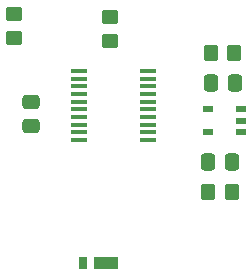
<source format=gbr>
%TF.GenerationSoftware,KiCad,Pcbnew,7.0.6*%
%TF.CreationDate,2024-01-24T15:29:16+09:00*%
%TF.ProjectId,EVO2_ICS_CARD,45564f32-5f49-4435-935f-434152442e6b,rev?*%
%TF.SameCoordinates,Original*%
%TF.FileFunction,Paste,Bot*%
%TF.FilePolarity,Positive*%
%FSLAX46Y46*%
G04 Gerber Fmt 4.6, Leading zero omitted, Abs format (unit mm)*
G04 Created by KiCad (PCBNEW 7.0.6) date 2024-01-24 15:29:16*
%MOMM*%
%LPD*%
G01*
G04 APERTURE LIST*
G04 Aperture macros list*
%AMRoundRect*
0 Rectangle with rounded corners*
0 $1 Rounding radius*
0 $2 $3 $4 $5 $6 $7 $8 $9 X,Y pos of 4 corners*
0 Add a 4 corners polygon primitive as box body*
4,1,4,$2,$3,$4,$5,$6,$7,$8,$9,$2,$3,0*
0 Add four circle primitives for the rounded corners*
1,1,$1+$1,$2,$3*
1,1,$1+$1,$4,$5*
1,1,$1+$1,$6,$7*
1,1,$1+$1,$8,$9*
0 Add four rect primitives between the rounded corners*
20,1,$1+$1,$2,$3,$4,$5,0*
20,1,$1+$1,$4,$5,$6,$7,0*
20,1,$1+$1,$6,$7,$8,$9,0*
20,1,$1+$1,$8,$9,$2,$3,0*%
G04 Aperture macros list end*
%ADD10RoundRect,0.250000X-0.337500X-0.475000X0.337500X-0.475000X0.337500X0.475000X-0.337500X0.475000X0*%
%ADD11RoundRect,0.250000X-0.450000X0.350000X-0.450000X-0.350000X0.450000X-0.350000X0.450000X0.350000X0*%
%ADD12RoundRect,0.250000X-0.350000X-0.450000X0.350000X-0.450000X0.350000X0.450000X-0.350000X0.450000X0*%
%ADD13R,0.900000X0.600000*%
%ADD14R,1.475000X0.450000*%
%ADD15RoundRect,0.250000X-0.475000X0.337500X-0.475000X-0.337500X0.475000X-0.337500X0.475000X0.337500X0*%
%ADD16R,2.000000X1.100000*%
%ADD17R,0.800000X1.100000*%
G04 APERTURE END LIST*
D10*
%TO.C,C4*%
X66438000Y-35885000D03*
X68513000Y-35885000D03*
%TD*%
D11*
%TO.C,R3*%
X58166000Y-23622000D03*
X58166000Y-25622000D03*
%TD*%
D12*
%TO.C,R4*%
X66675000Y-26670000D03*
X68675000Y-26670000D03*
%TD*%
D13*
%TO.C,IC3*%
X69238000Y-31445000D03*
X69238000Y-32395000D03*
X69238000Y-33345000D03*
X66438000Y-33345000D03*
X66438000Y-31445000D03*
%TD*%
D11*
%TO.C,R2*%
X50038000Y-23368000D03*
X50038000Y-25368000D03*
%TD*%
D14*
%TO.C,IC2*%
X61358000Y-28190000D03*
X61358000Y-28840000D03*
X61358000Y-29490000D03*
X61358000Y-30140000D03*
X61358000Y-30790000D03*
X61358000Y-31440000D03*
X61358000Y-32090000D03*
X61358000Y-32740000D03*
X61358000Y-33390000D03*
X61358000Y-34040000D03*
X55482000Y-34040000D03*
X55482000Y-33390000D03*
X55482000Y-32740000D03*
X55482000Y-32090000D03*
X55482000Y-31440000D03*
X55482000Y-30790000D03*
X55482000Y-30140000D03*
X55482000Y-29490000D03*
X55482000Y-28840000D03*
X55482000Y-28190000D03*
%TD*%
D10*
%TO.C,C3*%
X66675000Y-29210000D03*
X68750000Y-29210000D03*
%TD*%
D15*
%TO.C,C5*%
X51435000Y-30805000D03*
X51435000Y-32880000D03*
%TD*%
D12*
%TO.C,R6*%
X66438000Y-38425000D03*
X68438000Y-38425000D03*
%TD*%
D16*
%TO.C,D1*%
X57780000Y-44450000D03*
D17*
X55880000Y-44450000D03*
%TD*%
M02*

</source>
